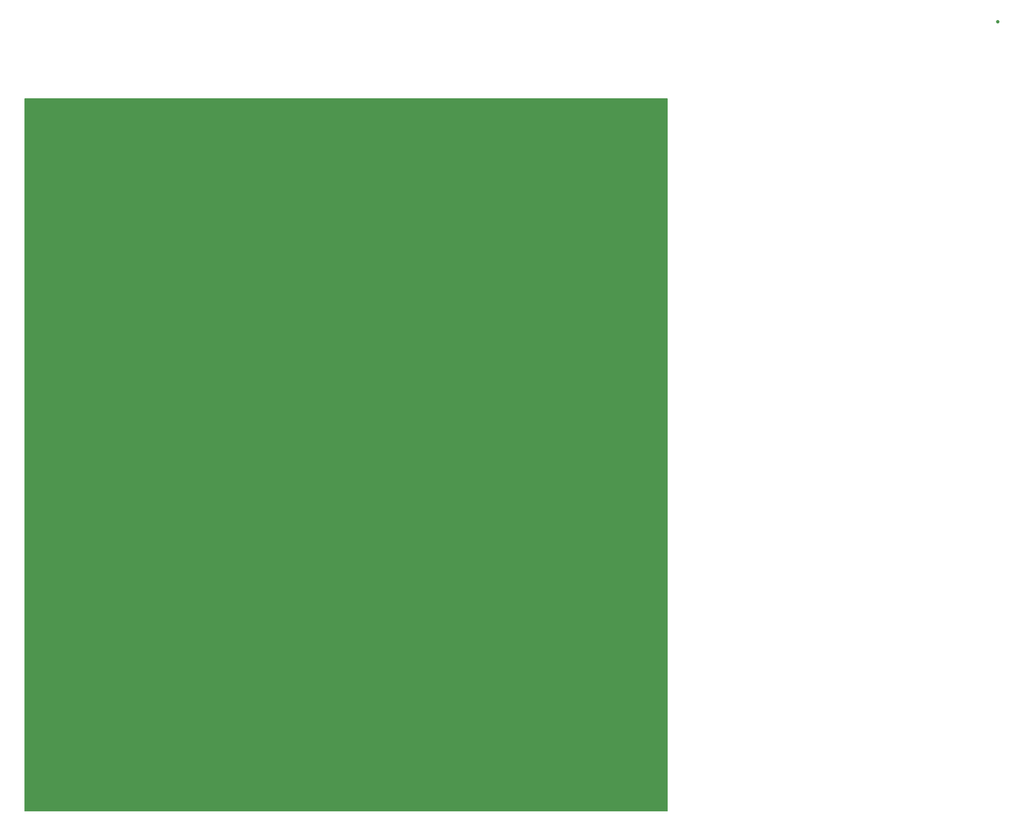
<source format=gbr>
%TF.GenerationSoftware,KiCad,Pcbnew,7.0.9*%
%TF.CreationDate,2024-08-21T19:07:34-06:00*%
%TF.ProjectId,top 40K wall,746f7020-3430-44b2-9077-616c6c2e6b69,rev?*%
%TF.SameCoordinates,Original*%
%TF.FileFunction,Soldermask,Bot*%
%TF.FilePolarity,Negative*%
%FSLAX46Y46*%
G04 Gerber Fmt 4.6, Leading zero omitted, Abs format (unit mm)*
G04 Created by KiCad (PCBNEW 7.0.9) date 2024-08-21 19:07:34*
%MOMM*%
%LPD*%
G01*
G04 APERTURE LIST*
%ADD10C,0.150000*%
%ADD11C,1.000000*%
G04 APERTURE END LIST*
D10*
X-10000000Y15000000D02*
X172500000Y15000000D01*
X172500000Y-187500000D01*
X-10000000Y-187500000D01*
X-10000000Y15000000D01*
G36*
X-10000000Y15000000D02*
G01*
X172500000Y15000000D01*
X172500000Y-187500000D01*
X-10000000Y-187500000D01*
X-10000000Y15000000D01*
G37*
D11*
%TO.C,TP1*%
X266325000Y36875000D03*
%TD*%
M02*

</source>
